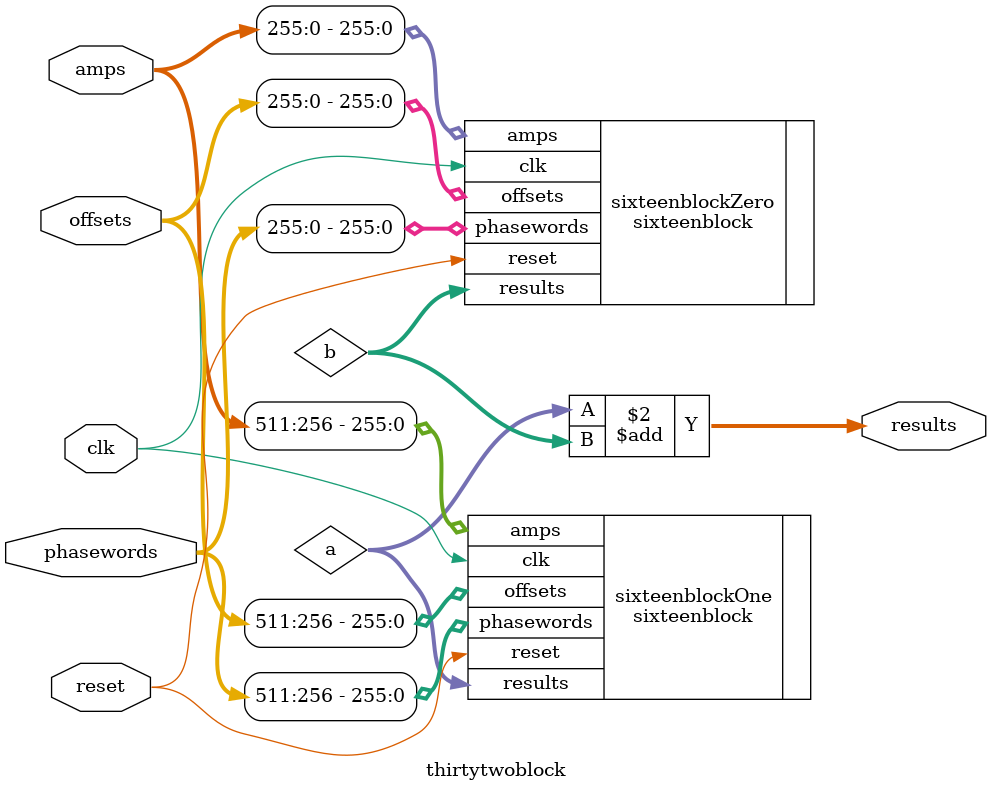
<source format=v>
`timescale 1ns / 1ps
`default_nettype none
module thirtytwoblock(
    input wire signed [511:0] amps,
    input wire [511:0] offsets,
    input wire [511:0] phasewords,
    input wire clk,
    input wire reset,
    output reg signed [15:0] results
    );

	wire signed [15:0] a, b;
	
	sixteenblock sixteenblockOne(
		.amps(amps[511:256]),
		.offsets(offsets[511:256]),
		.phasewords(phasewords[511:256]),
		.clk(clk),
		.reset(reset),
		.results(a)
	);
	
	sixteenblock sixteenblockZero(
		.amps(amps[255:0]),
		.offsets(offsets[255:0]),
		.phasewords(phasewords[255:0]),
		.clk(clk),
		.reset(reset),
		.results(b)
	);
	
	always@(*) begin
		results = a + b;
	end
endmodule
</source>
